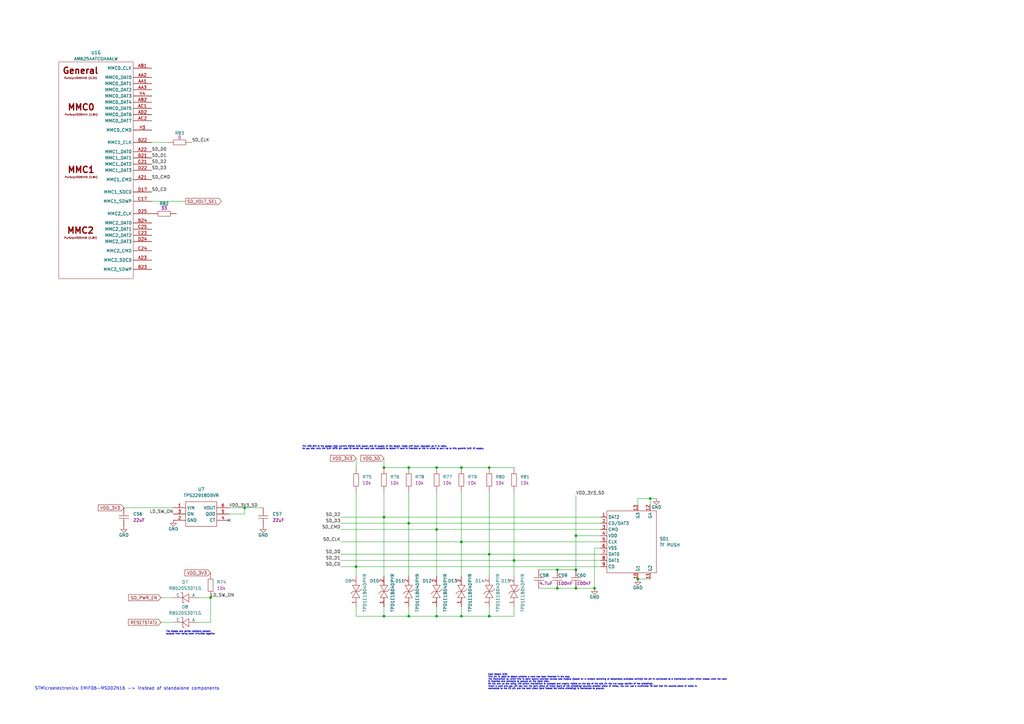
<source format=kicad_sch>
(kicad_sch (version 20250114) (generator "eeschema") (generator_version "9.0")
  (paper "A3")
  (text "STMicroelectronics EMIF06-MSD02N16 -> instead of standalone components\n" (at 14.224 282.448 0) (effects (font (size 1.27 1.27)) (justify left)))
  (text "The diodes and series resistors prevent\noutputs from being short circuited together\n" (at 68.072 259.588 0) (effects (font (size 0.6 0.6)) (justify left)))
  (text "The VDD_3V3 is the global high current digital 3.3V power and IO supply of the board, made with buck regulator so it is noisy.\nAs you see, only the 3.3V GPIO pin used to sense the card slot contacts to detect if card is inserted or not is wired to pull-up to this generic 3.3V IO supply." (at 123.952 183.642 0) (effects (font (size 0.6 0.6)) (justify left)))
  (text "Card Detect (CD)\nThis pin is used to detect whether a card has been inserted in the slot.\nThe mechanism by which this is done seems common across slot models (based on a random sampling of datasheets available online): the pin is connected to a mechanical switch which closes when the card\nis inserted and connects to ground on the other side.\nOn the one we are using, the switch mechanism is exposed and clearly visible on the top of the slot (in the cut-away section of the shielding). \nInsert a card and you will see how the bent piece of metal (part of the shielding) touches another piece of metal. You can use a multimeter to test that the second piece of metal is\nconnected to the CD pin and the bent piece (and indeed the entire shielding) is connected to ground." (at 200.152 279.654 0) (effects (font (size 0.6 0.6)) (justify left)))
  (junction (at 100.33 208.28))
  (junction (at 179.07 217.17))
  (junction (at 189.23 222.25))
  (junction (at 146.05 232.41))
  (junction (at 179.07 191.77))
  (junction (at 189.23 191.77))
  (junction (at 200.66 227.33))
  (junction (at 243.84 241.3))
  (junction (at 228.6 241.3))
  (junction (at 157.48 212.09))
  (junction (at 236.22 233.68))
  (junction (at 200.66 191.77))
  (junction (at 266.7 204.47))
  (junction (at 236.22 219.71))
  (junction (at 167.64 214.63))
  (junction (at 210.82 229.87))
  (junction (at 167.64 191.77))
  (junction (at 157.48 191.77))
  (junction (at 200.66 252.73))
  (junction (at 261.62 237.49))
  (junction (at 189.23 252.73))
  (junction (at 86.36 245.11))
  (junction (at 228.6 233.68))
  (junction (at 179.07 252.73))
  (junction (at 167.64 252.73))
  (junction (at 236.22 241.3))
  (junction (at 157.48 252.73))
  (no_connect (at 93.98 213.36))
  (wire (pts (xy 179.07 252.73) (xy 189.23 252.73)))
  (wire (pts (xy 179.07 217.17) (xy 179.07 236.22)))
  (wire (pts (xy 236.22 219.71) (xy 246.38 219.71)))
  (wire (pts (xy 236.22 203.2) (xy 236.22 219.71)))
  (wire (pts (xy 146.05 236.22) (xy 146.05 232.41)))
  (wire (pts (xy 220.98 241.3) (xy 228.6 241.3)))
  (wire (pts (xy 228.6 241.3) (xy 236.22 241.3)))
  (wire (pts (xy 261.62 237.49) (xy 266.7 237.49)))
  (wire (pts (xy 167.64 201.93) (xy 167.64 214.63)))
  (wire (pts (xy 167.64 248.92) (xy 167.64 252.73)))
  (wire (pts (xy 210.82 201.93) (xy 210.82 229.87)))
  (wire (pts (xy 157.48 248.92) (xy 157.48 252.73)))
  (wire (pts (xy 167.64 214.63) (xy 246.38 214.63)))
  (wire (pts (xy 210.82 252.73) (xy 210.82 248.92)))
  (wire (pts (xy 157.48 187.96) (xy 157.48 191.77)))
  (wire (pts (xy 167.64 191.77) (xy 179.07 191.77)))
  (wire (pts (xy 220.98 233.68) (xy 228.6 233.68)))
  (wire (pts (xy 157.48 252.73) (xy 167.64 252.73)))
  (wire (pts (xy 139.7 227.33) (xy 200.66 227.33)))
  (wire (pts (xy 157.48 191.77) (xy 167.64 191.77)))
  (wire (pts (xy 210.82 229.87) (xy 210.82 236.22)))
  (wire (pts (xy 86.36 245.11) (xy 86.36 255.27)))
  (wire (pts (xy 86.36 255.27) (xy 81.28 255.27)))
  (wire (pts (xy 210.82 229.87) (xy 246.38 229.87)))
  (wire (pts (xy 189.23 222.25) (xy 189.23 236.22)))
  (wire (pts (xy 236.22 233.68) (xy 236.22 219.71)))
  (wire (pts (xy 189.23 248.92) (xy 189.23 252.73)))
  (wire (pts (xy 189.23 222.25) (xy 246.38 222.25)))
  (wire (pts (xy 236.22 241.3) (xy 243.84 241.3)))
  (wire (pts (xy 179.07 201.93) (xy 179.07 217.17)))
  (wire (pts (xy 50.8 208.28) (xy 71.12 208.28)))
  (wire (pts (xy 200.66 191.77) (xy 210.82 191.77)))
  (wire (pts (xy 167.64 252.73) (xy 179.07 252.73)))
  (wire (pts (xy 200.66 227.33) (xy 246.38 227.33)))
  (wire (pts (xy 228.6 233.68) (xy 236.22 233.68)))
  (wire (pts (xy 93.98 210.82) (xy 100.33 210.82)))
  (wire (pts (xy 157.48 212.09) (xy 246.38 212.09)))
  (wire (pts (xy 157.48 212.09) (xy 157.48 236.22)))
  (wire (pts (xy 139.7 214.63) (xy 167.64 214.63)))
  (wire (pts (xy 189.23 252.73) (xy 200.66 252.73)))
  (wire (pts (xy 100.33 208.28) (xy 107.95 208.28)))
  (wire (pts (xy 189.23 201.93) (xy 189.23 222.25)))
  (wire (pts (xy 266.7 204.47) (xy 266.7 207.01)))
  (wire (pts (xy 266.7 204.47) (xy 269.24 204.47)))
  (wire (pts (xy 139.7 217.17) (xy 179.07 217.17)))
  (wire (pts (xy 200.66 227.33) (xy 200.66 236.22)))
  (wire (pts (xy 179.07 217.17) (xy 246.38 217.17)))
  (wire (pts (xy 146.05 248.92) (xy 146.05 252.73)))
  (wire (pts (xy 261.62 207.01) (xy 261.62 204.47)))
  (wire (pts (xy 62.23 82.55) (xy 76.2 82.55)))
  (wire (pts (xy 66.04 245.11) (xy 71.12 245.11)))
  (wire (pts (xy 139.7 232.41) (xy 146.05 232.41)))
  (wire (pts (xy 261.62 204.47) (xy 266.7 204.47)))
  (wire (pts (xy 243.84 224.79) (xy 243.84 241.3)))
  (wire (pts (xy 179.07 248.92) (xy 179.07 252.73)))
  (wire (pts (xy 146.05 201.93) (xy 146.05 232.41)))
  (wire (pts (xy 139.7 222.25) (xy 189.23 222.25)))
  (wire (pts (xy 62.23 58.42) (xy 68.58 58.42)))
  (wire (pts (xy 100.33 210.82) (xy 100.33 208.28)))
  (wire (pts (xy 246.38 224.79) (xy 243.84 224.79)))
  (wire (pts (xy 167.64 214.63) (xy 167.64 236.22)))
  (wire (pts (xy 157.48 201.93) (xy 157.48 212.09)))
  (wire (pts (xy 93.98 208.28) (xy 100.33 208.28)))
  (wire (pts (xy 146.05 232.41) (xy 246.38 232.41)))
  (wire (pts (xy 189.23 191.77) (xy 200.66 191.77)))
  (wire (pts (xy 200.66 248.92) (xy 200.66 252.73)))
  (wire (pts (xy 66.04 255.27) (xy 71.12 255.27)))
  (wire (pts (xy 139.7 212.09) (xy 157.48 212.09)))
  (wire (pts (xy 200.66 252.73) (xy 210.82 252.73)))
  (wire (pts (xy 200.66 201.93) (xy 200.66 227.33)))
  (wire (pts (xy 146.05 252.73) (xy 157.48 252.73)))
  (wire (pts (xy 139.7 229.87) (xy 210.82 229.87)))
  (wire (pts (xy 146.05 187.96) (xy 146.05 191.77)))
  (wire (pts (xy 179.07 191.77) (xy 189.23 191.77)))
  (wire (pts (xy 81.28 245.11) (xy 86.36 245.11)))
  (label "SD_D2" (at 139.7 212.09 180))
  (label "SD_CLK" (at 139.7 222.25 180))
  (label "SD_CMD" (at 139.7 217.17 180))
  (label "SD_CMD" (at 62.23 73.66 0))
  (label "VDD_3V3_SD" (at 236.22 203.2 0))
  (label "SD_D0" (at 139.7 227.33 180))
  (label "LD_SW_ON" (at 86.36 245.11 0))
  (label "SD_D0" (at 62.23 62.23 0))
  (label "SD_CD" (at 139.7 232.41 180))
  (label "SD_CD" (at 62.23 78.74 0))
  (label "SD_D1" (at 139.7 229.87 180))
  (label "SD_D3" (at 139.7 214.63 180))
  (label "VDD_3V3_SD" (at 93.98 208.28 0))
  (label "LD_SW_ON" (at 71.12 210.82 180))
  (label "SD_D2" (at 62.23 67.31 0))
  (label "SD_D3" (at 62.23 69.85 0))
  (label "SD_CLK" (at 78.74 58.42 0))
  (label "SD_D1" (at 62.23 64.77 0))
  (global_label "SD_PWR_EN" (shape input) (at 66.04 245.11 180) (property "Intersheetrefs" "${INTERSHEET_REFS}" (effects (hide yes))))
  (global_label "RESETSTATz" (shape input) (at 66.04 255.27 180) (property "Intersheetrefs" "${INTERSHEET_REFS}" (effects (hide yes))))
  (global_label "SD_VOLT_SEL" (shape output) (at 76.2 82.55 0) (property "Intersheetrefs" "${INTERSHEET_REFS}" (effects (hide yes))))
  (global_label "VDD_3V3" (shape input) (at 146.05 187.96 180) (property "Intersheetrefs" "${INTERSHEET_REFS}" (effects (hide yes))))
  (global_label "VDD_3V3" (shape input) (at 86.36 234.95 180) (property "Intersheetrefs" "${INTERSHEET_REFS}" (effects (hide yes))))
  (global_label "VDD_3V3" (shape input) (at 50.8 208.28 180) (property "Intersheetrefs" "${INTERSHEET_REFS}" (effects (hide yes))))
  (global_label "VDD_SD" (shape input) (at 157.48 187.96 180) (property "Intersheetrefs" "${INTERSHEET_REFS}" (effects (hide yes))))
  (symbol (lib_id "power:GND") (at 71.12 213.36 0) (unit 1)
    (property "Reference" "#PWR055" (effects (hide yes)))
    (property "Value" "GND" (at 71.12 216.916 0))
    (property "Description" "Power symbol creates a global label with name \"GND\" , ground" (effects (hide yes)))
  )
  (symbol (lib_id "pepy_sym_lib:[SCHOTTKY_DIODE]onsemi RB520S30T1G") (at 76.2 255.27 180) (unit 1)
    (property "Reference" "D8" (at 75.945 248.92 0))
    (property "Value" "RB520S30T1G" (at 75.945 251.46 0))
    (property "Footprint" "pepy_sym_lib:[SCHOTTKY_DIODE]onsemi RB520S30T1G" (effects (hide yes)))
    (property "Datasheet" "https://lcsc.com/product-detail/Schottky-Barrier-Diodes-SBD_ON_RB520S30T1G_RB520S30T1G_C154821.html" (effects (hide yes)))
    (property "Description" "30V 600mV@200mA 200mA SOD-523 Schottky Diodes ROHS" (effects (hide yes)))
    (property "LCSC Part" "C154821" (effects (hide yes)))
  )
  (symbol (lib_id "pepy_sym_lib:[LOAD_SWITCH]Texas Instruments TPS22918DBVR") (at 82.55 210.82 0) (unit 1)
    (property "Reference" "U7" (at 82.55 200.66 0))
    (property "Value" "TPS22918DBVR" (at 82.55 203.2 0))
    (property "Footprint" "pepy_sym_lib:[LOAD_SWITCH]Texas Instruments TPS22918DBVR" (effects (hide yes)))
    (property "Datasheet" "https://lcsc.com/product-detail/PMIC-Power-Distribution-Switches_TI_TPS22918DBVR_TPS22918DBVR_C131941.html" (effects (hide yes)))
    (property "Description" "1V~5.5V 53mΩ Active High 2A 1 Load Switch SOT-23-6 Power Distribution Switches ROHS" (effects (hide yes)))
    (property "LCSC Part" "C131941" (effects (hide yes)))
  )
  (symbol (lib_id "power:GND") (at 243.84 241.3 0) (unit 1)
    (property "Reference" "#PWR057" (effects (hide yes)))
    (property "Value" "GND" (at 243.84 244.856 0))
    (property "Description" "Power symbol creates a global label with name \"GND\" , ground" (effects (hide yes)))
  )
  (symbol (lib_id "pepy_sym_lib:[CAP_SMD_0201_0603Metric]YAGEO CC0201KRX5R6BB104") (at 228.6 237.49 90) (unit 1)
    (property "Reference" "C59" (at 228.854 235.966 90) (effects (justify right)))
    (property "Value" "CC0201KRX5R6BB104" (effects (hide yes)))
    (property "Footprint" "pepy_sym_lib:[CAP_SMD_0201_0603Metric]" (effects (hide yes)))
    (property "Datasheet" "https://lcsc.com/product-detail/Multilayer-Ceramic-Capacitors-MLCC-SMD-SMT_SAMSUNG_CL03A105MQ3CSNH_1uF-105-20-6-3V_C53067.html" (effects (hide yes)))
    (property "Description" "10V 100nF X5R ±10% 0201 Multilayer Ceramic Capacitors MLCC - SMD/SMT ROHS" (effects (hide yes)))
    (property "LCSC Part" "C190183" (effects (hide yes)))
    (property "Manufacturer" "YAGEO" (effects (hide yes)))
    (property "Nvalue" "100nF" (at 228.854 239.268 90) (effects (justify right)))
    (property "Package" "0201" (effects (hide yes)))
  )
  (symbol (lib_id "power:GND") (at 261.62 237.49 0) (unit 1)
    (property "Reference" "#PWR058" (effects (hide yes)))
    (property "Value" "GND" (at 261.62 241.046 0))
    (property "Description" "Power symbol creates a global label with name \"GND\" , ground" (effects (hide yes)))
  )
  (symbol (lib_id "pepy_sym_lib:[RES_SMD_0201_0603Metric]UNI-ROYAL(Uniroyal Elec) 0201WMF1002TEE") (at 146.05 196.85 90) (unit 1)
    (property "Reference" "R75" (at 148.59 195.5799 90) (effects (justify right)))
    (property "Value" "0201WMF1002TEE" (effects (hide yes)))
    (property "Footprint" "pepy_sym_lib:[RES_SMD_0201_0603Metric]" (effects (hide yes)))
    (property "Datasheet" "https://lcsc.com/product-detail/Chip-Resistor-Surface-Mount_UNI-ROYAL-Uniroyal-Elec-0201WMF1002TEE_C473048.html" (effects (hide yes)))
    (property "Description" "1/20W Thick Film Resistors 25V ±1% ±200ppm/℃ 10kΩ 0201 Chip Resistor - Surface Mount ROHS" (effects (hide yes)))
    (property "LCSC Part" "C473048" (effects (hide yes)))
    (property "Manufacturer" "UNI-ROYAL(Uniroyal Elec)" (effects (hide yes)))
    (property "Nvalue" "10k" (at 148.59 198.1199 90) (effects (justify right)))
    (property "Package" "0201" (effects (hide yes)))
  )
  (symbol (lib_id "pepy_sym_lib:[RES_SMD_0201_0603Metric]UNI-ROYAL(Uniroyal Elec) 0201WMF1002TEE") (at 189.23 196.85 90) (unit 1)
    (property "Reference" "R79" (at 191.77 195.5799 90) (effects (justify right)))
    (property "Value" "0201WMF1002TEE" (effects (hide yes)))
    (property "Footprint" "pepy_sym_lib:[RES_SMD_0201_0603Metric]" (effects (hide yes)))
    (property "Datasheet" "https://lcsc.com/product-detail/Chip-Resistor-Surface-Mount_UNI-ROYAL-Uniroyal-Elec-0201WMF1002TEE_C473048.html" (effects (hide yes)))
    (property "Description" "1/20W Thick Film Resistors 25V ±1% ±200ppm/℃ 10kΩ 0201 Chip Resistor - Surface Mount ROHS" (effects (hide yes)))
    (property "LCSC Part" "C473048" (effects (hide yes)))
    (property "Manufacturer" "UNI-ROYAL(Uniroyal Elec)" (effects (hide yes)))
    (property "Nvalue" "10k" (at 191.77 198.1199 90) (effects (justify right)))
    (property "Package" "0201" (effects (hide yes)))
  )
  (symbol (lib_id "pepy_sym_lib:[RES_SMD_0201_0603Metric]UNI-ROYAL(Uniroyal Elec) 0201WMF1002TEE") (at 210.82 196.85 90) (unit 1)
    (property "Reference" "R81" (at 213.36 195.5799 90) (effects (justify right)))
    (property "Value" "0201WMF1002TEE" (effects (hide yes)))
    (property "Footprint" "pepy_sym_lib:[RES_SMD_0201_0603Metric]" (effects (hide yes)))
    (property "Datasheet" "https://lcsc.com/product-detail/Chip-Resistor-Surface-Mount_UNI-ROYAL-Uniroyal-Elec-0201WMF1002TEE_C473048.html" (effects (hide yes)))
    (property "Description" "1/20W Thick Film Resistors 25V ±1% ±200ppm/℃ 10kΩ 0201 Chip Resistor - Surface Mount ROHS" (effects (hide yes)))
    (property "LCSC Part" "C473048" (effects (hide yes)))
    (property "Manufacturer" "UNI-ROYAL(Uniroyal Elec)" (effects (hide yes)))
    (property "Nvalue" "10k" (at 213.36 198.1199 90) (effects (justify right)))
    (property "Package" "0201" (effects (hide yes)))
  )
  (symbol (lib_id "pepy_sym_lib:[ESD_PROT]Texas Instruments TPD1E1B04DPYR") (at 167.64 242.57 90) (unit 1)
    (property "Reference" "D11" (at 162.052 238.252 90) (effects (justify right)))
    (property "Value" "TPD1E1B04DPYR" (at 171.196 235.204 0) (effects (justify right)))
    (property "Footprint" "pepy_sym_lib:[ESD_PROT]Texas Instruments TPD1E1B04DPYR" (effects (hide yes)))
    (property "Datasheet" "https://lcsc.com/product-detail/ESD-and-Surge-Protection-TVS-ESD_Texas-Instruments-TPD1E1B04DPYR_C779408.html?s_z=n_TPD1E1B04DPYR" (effects (hide yes)))
    (property "Description" "8.5V 50W 6.4V 3.6V X1-SON-2(0.6x1) ESD and Surge Protection (TVS/ESD) ROHS" (effects (hide yes)))
    (property "LCSC Part" "C779408" (effects (hide yes)))
  )
  (symbol (lib_id "pepy_sym_lib:[CAP_SMD_0805_2012Metric]Samsung Electro-Mechanics CL21A226MAQNNNE") (at 50.8 212.09 90) (unit 1)
    (property "Reference" "C56" (at 54.61 210.8199 90) (effects (justify right)))
    (property "Value" "CL21A226MAQNNNE" (effects (hide yes)))
    (property "Footprint" "pepy_sym_lib:[CAP_SMD_0805_2012Metric]" (effects (hide yes)))
    (property "Datasheet" "https://www.lcsc.com/product-detail/Multilayer-Ceramic-Capacitors-MLCC-SMD-SMT_Samsung-Electro-Mechanics-CL21A226MAQNNNE_C45783.html" (effects (hide yes)))
    (property "Description" "25V 22uF X5R ±20% 0805 Multilayer Ceramic Capacitors MLCC - SMD/SMT ROHS" (effects (hide yes)))
    (property "LCSC Part" "C45783" (effects (hide yes)))
    (property "Manufacturer" " KEMET " (effects (hide yes)))
    (property "Package" "0805" (effects (hide yes)))
    (property "Nvalue" "22uF" (at 54.61 213.3599 90) (effects (justify right)))
  )
  (symbol (lib_id "pepy_sym_lib:[RES_SMD_0201_0603Metric]UNI-ROYAL(Uniroyal Elec) 0201WMF1002TEE") (at 86.36 240.03 90) (unit 1)
    (property "Reference" "R74" (at 88.9 238.7599 90) (effects (justify right)))
    (property "Value" "0201WMF1002TEE" (effects (hide yes)))
    (property "Footprint" "pepy_sym_lib:[RES_SMD_0201_0603Metric]" (effects (hide yes)))
    (property "Datasheet" "https://lcsc.com/product-detail/Chip-Resistor-Surface-Mount_UNI-ROYAL-Uniroyal-Elec-0201WMF1002TEE_C473048.html" (effects (hide yes)))
    (property "Description" "1/20W Thick Film Resistors 25V ±1% ±200ppm/℃ 10kΩ 0201 Chip Resistor - Surface Mount ROHS" (effects (hide yes)))
    (property "LCSC Part" "C473048" (effects (hide yes)))
    (property "Manufacturer" "UNI-ROYAL(Uniroyal Elec)" (effects (hide yes)))
    (property "Nvalue" "10k" (at 88.9 241.2999 90) (effects (justify right)))
    (property "Package" "0201" (effects (hide yes)))
  )
  (symbol (lib_id "pepy_sym_lib:[CAP_SMD_0402_1005Metric]Samsung Electro-Mechanics CL05A475KP5NRNC") (at 220.98 237.49 90) (unit 1)
    (property "Reference" "C58" (at 221.234 235.966 90) (effects (justify right)))
    (property "Value" "CL05A475KP5NRNC" (effects (hide yes)))
    (property "Footprint" "pepy_sym_lib:[CAP_SMD_0402_1005Metric]" (effects (hide yes)))
    (property "Datasheet" "https://www.lcsc.com/product-detail/Multilayer-Ceramic-Capacitors-MLCC-SMD-SMT_Samsung-Electro-Mechanics-CL05A475KP5NRNC_C368809.html" (effects (hide yes)))
    (property "Description" "10V 4.7uF X5R ±10% 0402 Multilayer Ceramic Capacitors MLCC - SMD/SMT ROHS" (effects (hide yes)))
    (property "LCSC Part" "C368809" (effects (hide yes)))
    (property "Manufacturer" "Samsung Electro-Mechanics" (effects (hide yes)))
    (property "Package" "0402" (effects (hide yes)))
    (property "Nvalue" "4.7uF" (at 221.234 239.268 90) (effects (justify right)))
  )
  (symbol (lib_id "pepy_sym_lib:[RES_SMD_0201_0603Metric]UNI-ROYAL(Uniroyal Elec) 0201WMF1002TEE") (at 167.64 196.85 90) (unit 1)
    (property "Reference" "R78" (at 170.18 195.5799 90) (effects (justify right)))
    (property "Value" "0201WMF1002TEE" (effects (hide yes)))
    (property "Footprint" "pepy_sym_lib:[RES_SMD_0201_0603Metric]" (effects (hide yes)))
    (property "Datasheet" "https://lcsc.com/product-detail/Chip-Resistor-Surface-Mount_UNI-ROYAL-Uniroyal-Elec-0201WMF1002TEE_C473048.html" (effects (hide yes)))
    (property "Description" "1/20W Thick Film Resistors 25V ±1% ±200ppm/℃ 10kΩ 0201 Chip Resistor - Surface Mount ROHS" (effects (hide yes)))
    (property "LCSC Part" "C473048" (effects (hide yes)))
    (property "Manufacturer" "UNI-ROYAL(Uniroyal Elec)" (effects (hide yes)))
    (property "Nvalue" "10k" (at 170.18 198.1199 90) (effects (justify right)))
    (property "Package" "0201" (effects (hide yes)))
  )
  (symbol (lib_id "power:GND") (at 50.8 215.9 0) (unit 1)
    (property "Reference" "#PWR054" (effects (hide yes)))
    (property "Value" "GND" (at 50.8 219.456 0))
    (property "Description" "Power symbol creates a global label with name \"GND\" , ground" (effects (hide yes)))
  )
  (symbol (lib_id "pepy_sym_lib:[ESD_PROT]Texas Instruments TPD1E1B04DPYR") (at 189.23 242.57 90) (unit 1)
    (property "Reference" "D13" (at 183.642 238.252 90) (effects (justify right)))
    (property "Value" "TPD1E1B04DPYR" (at 192.786 235.204 0) (effects (justify right)))
    (property "Footprint" "pepy_sym_lib:[ESD_PROT]Texas Instruments TPD1E1B04DPYR" (effects (hide yes)))
    (property "Datasheet" "https://lcsc.com/product-detail/ESD-and-Surge-Protection-TVS-ESD_Texas-Instruments-TPD1E1B04DPYR_C779408.html?s_z=n_TPD1E1B04DPYR" (effects (hide yes)))
    (property "Description" "8.5V 50W 6.4V 3.6V X1-SON-2(0.6x1) ESD and Surge Protection (TVS/ESD) ROHS" (effects (hide yes)))
    (property "LCSC Part" "C779408" (effects (hide yes)))
  )
  (symbol (lib_id "pepy_sym_lib:[RES_SMD_0201_0603Metric]YAGEO RC0201FR-0733RL") (at 67.31 87.63 0) (unit 1)
    (property "Reference" "R82" (at 67.31 83.566 0))
    (property "Value" "RC0201FR-0733RL" (effects (hide yes)))
    (property "Footprint" "pepy_sym_lib:[RES_SMD_0201_0603Metric]" (effects (hide yes)))
    (property "Datasheet" "https://www.lcsc.com/product-detail/Chip-Resistor-Surface-Mount_YAGEO-RC0201FR-0733RL_C295794.html" (effects (hide yes)))
    (property "Description" "50mW Thick Film Resistors 25V ±1% ±200ppm/℃ 33Ω 0201 Chip Resistor - Surface Mount ROHS" (effects (hide yes)))
    (property "LCSC Part" "C295794" (effects (hide yes)))
    (property "Manufacturer" "YAGEO" (effects (hide yes)))
    (property "Nvalue" "33" (at 67.31 85.344 0))
    (property "Package" "0201" (effects (hide yes)))
  )
  (symbol (lib_id "pepy_sym_lib:[RES_SMD_0402_1005Metric]UNI-ROYAL(Uniroyal Elec) 0402WGF0000TCE") (at 73.66 58.42 0) (unit 1)
    (property "Reference" "R83" (at 73.66 54.61 0))
    (property "Value" "0402WGF0000TCE" (effects (hide yes)))
    (property "Footprint" "pepy_sym_lib:[RES_SMD_0402_1005Metric]" (effects (hide yes)))
    (property "Datasheet" "https://lcsc.com/product-detail/Chip-Resistor-Surface-Mount-UniOhm_0R-0R0-1_C17168.html" (effects (hide yes)))
    (property "Description" "62.5mW Thick Film Resistors 50V ±800ppm/℃ ±1% 0Ω 0402 Chip Resistor - Surface Mount ROHS" (effects (hide yes)))
    (property "LCSC Part" "C17168" (effects (hide yes)))
    (property "Nvalue" "0" (at 73.66 56.388 0))
    (property "Manufacturer" "UNI-ROYAL(Uniroyal Elec) " (effects (hide yes)))
    (property "Package" "0402" (effects (hide yes)))
  )
  (symbol (lib_id "pepy_sym_lib:[ESD_PROT]Texas Instruments TPD1E1B04DPYR") (at 200.66 242.57 90) (unit 1)
    (property "Reference" "D14" (at 194.818 238.252 90) (effects (justify right)))
    (property "Value" "TPD1E1B04DPYR" (at 204.216 235.204 0) (effects (justify right)))
    (property "Footprint" "pepy_sym_lib:[ESD_PROT]Texas Instruments TPD1E1B04DPYR" (effects (hide yes)))
    (property "Datasheet" "https://lcsc.com/product-detail/ESD-and-Surge-Protection-TVS-ESD_Texas-Instruments-TPD1E1B04DPYR_C779408.html?s_z=n_TPD1E1B04DPYR" (effects (hide yes)))
    (property "Description" "8.5V 50W 6.4V 3.6V X1-SON-2(0.6x1) ESD and Surge Protection (TVS/ESD) ROHS" (effects (hide yes)))
    (property "LCSC Part" "C779408" (effects (hide yes)))
  )
  (symbol (lib_id "pepy_sym_lib:[SCHOTTKY_DIODE]onsemi RB520S30T1G") (at 76.2 245.11 180) (unit 1)
    (property "Reference" "D7" (at 75.945 238.76 0))
    (property "Value" "RB520S30T1G" (at 75.945 241.3 0))
    (property "Footprint" "pepy_sym_lib:[SCHOTTKY_DIODE]onsemi RB520S30T1G" (effects (hide yes)))
    (property "Datasheet" "https://lcsc.com/product-detail/Schottky-Barrier-Diodes-SBD_ON_RB520S30T1G_RB520S30T1G_C154821.html" (effects (hide yes)))
    (property "Description" "30V 600mV@200mA 200mA SOD-523 Schottky Diodes ROHS" (effects (hide yes)))
    (property "LCSC Part" "C154821" (effects (hide yes)))
  )
  (symbol (lib_id "power:GND") (at 269.24 204.47 0) (unit 1)
    (property "Reference" "#PWR059" (effects (hide yes)))
    (property "Value" "GND" (at 269.24 208.026 0))
    (property "Description" "Power symbol creates a global label with name \"GND\" , ground" (effects (hide yes)))
  )
  (symbol (lib_id "pepy_sym_lib:[RES_SMD_0201_0603Metric]UNI-ROYAL(Uniroyal Elec) 0201WMF1002TEE") (at 200.66 196.85 90) (unit 1)
    (property "Reference" "R80" (at 203.2 195.5799 90) (effects (justify right)))
    (property "Value" "0201WMF1002TEE" (effects (hide yes)))
    (property "Footprint" "pepy_sym_lib:[RES_SMD_0201_0603Metric]" (effects (hide yes)))
    (property "Datasheet" "https://lcsc.com/product-detail/Chip-Resistor-Surface-Mount_UNI-ROYAL-Uniroyal-Elec-0201WMF1002TEE_C473048.html" (effects (hide yes)))
    (property "Description" "1/20W Thick Film Resistors 25V ±1% ±200ppm/℃ 10kΩ 0201 Chip Resistor - Surface Mount ROHS" (effects (hide yes)))
    (property "LCSC Part" "C473048" (effects (hide yes)))
    (property "Manufacturer" "UNI-ROYAL(Uniroyal Elec)" (effects (hide yes)))
    (property "Nvalue" "10k" (at 203.2 198.1199 90) (effects (justify right)))
    (property "Package" "0201" (effects (hide yes)))
  )
  (symbol (lib_id "pepy_sym_lib:[ESD_PROT]Texas Instruments TPD1E1B04DPYR") (at 210.82 242.57 90) (unit 1)
    (property "Reference" "D15" (at 205.486 238.252 90) (effects (justify right)))
    (property "Value" "TPD1E1B04DPYR" (at 214.376 235.204 0) (effects (justify right)))
    (property "Footprint" "pepy_sym_lib:[ESD_PROT]Texas Instruments TPD1E1B04DPYR" (effects (hide yes)))
    (property "Datasheet" "https://lcsc.com/product-detail/ESD-and-Surge-Protection-TVS-ESD_Texas-Instruments-TPD1E1B04DPYR_C779408.html?s_z=n_TPD1E1B04DPYR" (effects (hide yes)))
    (property "Description" "8.5V 50W 6.4V 3.6V X1-SON-2(0.6x1) ESD and Surge Protection (TVS/ESD) ROHS" (effects (hide yes)))
    (property "LCSC Part" "C779408" (effects (hide yes)))
  )
  (symbol (lib_id "pepy_sym_lib:[MICRO_SD_PUSH]SHOU HAN TF PUSH") (at 256.54 222.25 0) (unit 1)
    (property "Reference" "SD1" (at 270.51 220.9799 0) (effects (justify left)))
    (property "Value" "TF PUSH" (at 270.51 223.5199 0) (effects (justify left)))
    (property "Footprint" "pepy_sym_lib:[MICRO_SD_PUSH]SHOU HAN TF PUSH" (effects (hide yes)))
    (property "Datasheet" "https://lcsc.com/product-detail/Connector-Card-Sockets_SHOU-HAN-SHOU-HAN-TFDeck-TF-Deck_C393941.html" (effects (hide yes)))
    (property "Description" "-20℃~+90℃ 2mm Connector and Ejector MicroSD Card (TF Card) Push-Push SMD SD Card / Memory Card Connector ROHS" (effects (hide yes)))
    (property "LCSC Part" "C393941" (effects (hide yes)))
  )
  (symbol (lib_id "power:GND") (at 107.95 215.9 0) (unit 1)
    (property "Reference" "#PWR056" (effects (hide yes)))
    (property "Value" "GND" (at 107.95 219.456 0))
    (property "Description" "Power symbol creates a global label with name \"GND\" , ground" (effects (hide yes)))
  )
  (symbol (lib_id "pepy_sym_lib:[RES_SMD_0201_0603Metric]UNI-ROYAL(Uniroyal Elec) 0201WMF1002TEE") (at 157.48 196.85 90) (unit 1)
    (property "Reference" "R76" (at 160.02 195.5799 90) (effects (justify right)))
    (property "Value" "0201WMF1002TEE" (effects (hide yes)))
    (property "Footprint" "pepy_sym_lib:[RES_SMD_0201_0603Metric]" (effects (hide yes)))
    (property "Datasheet" "https://lcsc.com/product-detail/Chip-Resistor-Surface-Mount_UNI-ROYAL-Uniroyal-Elec-0201WMF1002TEE_C473048.html" (effects (hide yes)))
    (property "Description" "1/20W Thick Film Resistors 25V ±1% ±200ppm/℃ 10kΩ 0201 Chip Resistor - Surface Mount ROHS" (effects (hide yes)))
    (property "LCSC Part" "C473048" (effects (hide yes)))
    (property "Manufacturer" "UNI-ROYAL(Uniroyal Elec)" (effects (hide yes)))
    (property "Nvalue" "10k" (at 160.02 198.1199 90) (effects (justify right)))
    (property "Package" "0201" (effects (hide yes)))
  )
  (symbol (lib_id "pepy_sym_lib:[CAP_SMD_0805_2012Metric]Samsung Electro-Mechanics CL21A226MAQNNNE") (at 107.95 212.09 270) (unit 1)
    (property "Reference" "C57" (at 111.76 210.8199 90) (effects (justify left)))
    (property "Value" "CL21A226MAQNNNE" (effects (hide yes)))
    (property "Footprint" "pepy_sym_lib:[CAP_SMD_0805_2012Metric]" (effects (hide yes)))
    (property "Datasheet" "https://www.lcsc.com/product-detail/Multilayer-Ceramic-Capacitors-MLCC-SMD-SMT_Samsung-Electro-Mechanics-CL21A226MAQNNNE_C45783.html" (effects (hide yes)))
    (property "Description" "25V 22uF X5R ±20% 0805 Multilayer Ceramic Capacitors MLCC - SMD/SMT ROHS" (effects (hide yes)))
    (property "LCSC Part" "C45783" (effects (hide yes)))
    (property "Manufacturer" " KEMET " (effects (hide yes)))
    (property "Package" "0805" (effects (hide yes)))
    (property "Nvalue" "22uF" (at 111.76 213.3599 90) (effects (justify left)))
  )
  (symbol (lib_id "pepy_sym_lib:[ESD_PROT]Texas Instruments TPD1E1B04DPYR") (at 146.05 242.57 90) (unit 1)
    (property "Reference" "D9" (at 141.478 238.252 90) (effects (justify right)))
    (property "Value" "TPD1E1B04DPYR" (at 149.606 235.204 0) (effects (justify right)))
    (property "Footprint" "pepy_sym_lib:[ESD_PROT]Texas Instruments TPD1E1B04DPYR" (effects (hide yes)))
    (property "Datasheet" "https://lcsc.com/product-detail/ESD-and-Surge-Protection-TVS-ESD_Texas-Instruments-TPD1E1B04DPYR_C779408.html?s_z=n_TPD1E1B04DPYR" (effects (hide yes)))
    (property "Description" "8.5V 50W 6.4V 3.6V X1-SON-2(0.6x1) ESD and Surge Protection (TVS/ESD) ROHS" (effects (hide yes)))
    (property "LCSC Part" "C779408" (effects (hide yes)))
  )
  (symbol (lib_id "pepy_sym_lib:[ESD_PROT]Texas Instruments TPD1E1B04DPYR") (at 157.48 242.57 90) (unit 1)
    (property "Reference" "D10" (at 151.638 238.252 90) (effects (justify right)))
    (property "Value" "TPD1E1B04DPYR" (at 161.036 235.204 0) (effects (justify right)))
    (property "Footprint" "pepy_sym_lib:[ESD_PROT]Texas Instruments TPD1E1B04DPYR" (effects (hide yes)))
    (property "Datasheet" "https://lcsc.com/product-detail/ESD-and-Surge-Protection-TVS-ESD_Texas-Instruments-TPD1E1B04DPYR_C779408.html?s_z=n_TPD1E1B04DPYR" (effects (hide yes)))
    (property "Description" "8.5V 50W 6.4V 3.6V X1-SON-2(0.6x1) ESD and Surge Protection (TVS/ESD) ROHS" (effects (hide yes)))
    (property "LCSC Part" "C779408" (effects (hide yes)))
  )
  (symbol (lib_id "pepy_sym_lib:[CPU]Texas Instruments AM6254ATCGHAALW") (at 40.64 114.3 0) (unit 7)
    (property "Reference" "U1" (at 39.37 21.59 0))
    (property "Value" "AM6254ATCGHAALW" (at 39.37 24.13 0))
    (property "Footprint" "pepy_sym_lib:[CPU]Texas Instruments AM6254ATCGHAALW" (effects (hide yes)))
    (property "Datasheet" "https://www.ti.com/lit/ds/symlink/am625.pdf?ts=1740314582358&ref_url=https%253A%252F%252Fwww.ti.com%252Fmicrocontrollers-mcus-processors%252Farm-based-processors%252Fproducts.html" (effects (hide yes)))
    (property "Description" "1400MHz FCCSP(ALW)-425 Microcontrollers (MCU/MPU/SOC) ROHS" (effects (hide yes)))
    (property "LCSC Part" "C5218241" (effects (hide yes)))
    (property "Manufacturer" "Texas Instruments" (effects (hide yes)))
  )
  (symbol (lib_id "pepy_sym_lib:[RES_SMD_0201_0603Metric]UNI-ROYAL(Uniroyal Elec) 0201WMF1002TEE") (at 179.07 196.85 90) (unit 1)
    (property "Reference" "R77" (at 181.61 195.5799 90) (effects (justify right)))
    (property "Value" "0201WMF1002TEE" (effects (hide yes)))
    (property "Footprint" "pepy_sym_lib:[RES_SMD_0201_0603Metric]" (effects (hide yes)))
    (property "Datasheet" "https://lcsc.com/product-detail/Chip-Resistor-Surface-Mount_UNI-ROYAL-Uniroyal-Elec-0201WMF1002TEE_C473048.html" (effects (hide yes)))
    (property "Description" "1/20W Thick Film Resistors 25V ±1% ±200ppm/℃ 10kΩ 0201 Chip Resistor - Surface Mount ROHS" (effects (hide yes)))
    (property "LCSC Part" "C473048" (effects (hide yes)))
    (property "Manufacturer" "UNI-ROYAL(Uniroyal Elec)" (effects (hide yes)))
    (property "Nvalue" "10k" (at 181.61 198.1199 90) (effects (justify right)))
    (property "Package" "0201" (effects (hide yes)))
  )
  (symbol (lib_id "pepy_sym_lib:[CAP_SMD_0201_0603Metric]YAGEO CC0201KRX5R6BB104") (at 236.22 237.49 90) (unit 1)
    (property "Reference" "C60" (at 236.474 235.966 90) (effects (justify right)))
    (property "Value" "CC0201KRX5R6BB104" (effects (hide yes)))
    (property "Footprint" "pepy_sym_lib:[CAP_SMD_0201_0603Metric]" (effects (hide yes)))
    (property "Datasheet" "https://lcsc.com/product-detail/Multilayer-Ceramic-Capacitors-MLCC-SMD-SMT_SAMSUNG_CL03A105MQ3CSNH_1uF-105-20-6-3V_C53067.html" (effects (hide yes)))
    (property "Description" "10V 100nF X5R ±10% 0201 Multilayer Ceramic Capacitors MLCC - SMD/SMT ROHS" (effects (hide yes)))
    (property "LCSC Part" "C190183" (effects (hide yes)))
    (property "Manufacturer" "YAGEO" (effects (hide yes)))
    (property "Nvalue" "100nF" (at 236.474 239.268 90) (effects (justify right)))
    (property "Package" "0201" (effects (hide yes)))
  )
  (symbol (lib_id "pepy_sym_lib:[ESD_PROT]Texas Instruments TPD1E1B04DPYR") (at 179.07 242.57 90) (unit 1)
    (property "Reference" "D12" (at 173.228 238.252 90) (effects (justify right)))
    (property "Value" "TPD1E1B04DPYR" (at 182.626 235.204 0) (effects (justify right)))
    (property "Footprint" "pepy_sym_lib:[ESD_PROT]Texas Instruments TPD1E1B04DPYR" (effects (hide yes)))
    (property "Datasheet" "https://lcsc.com/product-detail/ESD-and-Surge-Protection-TVS-ESD_Texas-Instruments-TPD1E1B04DPYR_C779408.html?s_z=n_TPD1E1B04DPYR" (effects (hide yes)))
    (property "Description" "8.5V 50W 6.4V 3.6V X1-SON-2(0.6x1) ESD and Surge Protection (TVS/ESD) ROHS" (effects (hide yes)))
    (property "LCSC Part" "C779408" (effects (hide yes)))
  )
)
</source>
